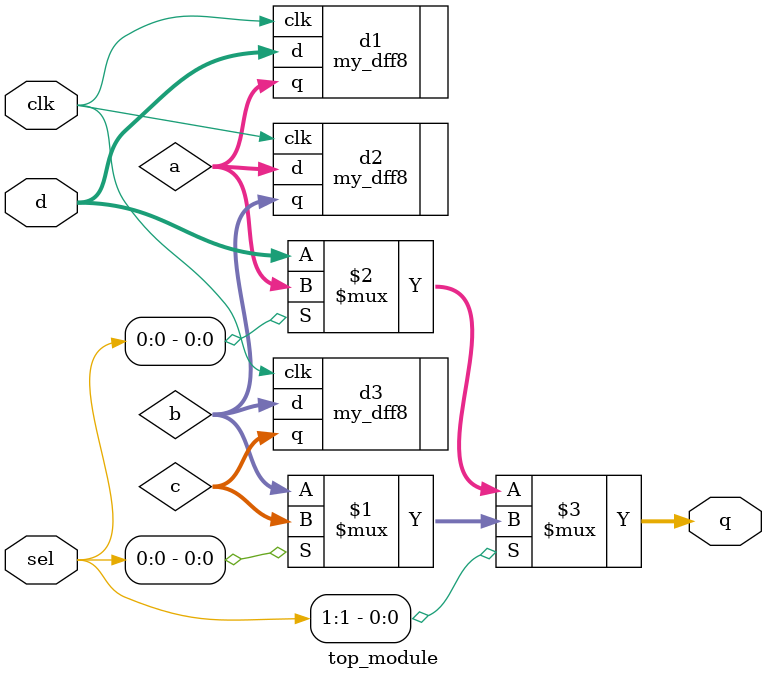
<source format=v>
module top_module ( 
    input clk, 
    input [7:0] d, 
    input [1:0] sel, 
    output [7:0] q 
);
    reg [7:0] a, b, c;
    my_dff8 d1(.clk(clk),.d(d),.q(a));
    my_dff8 d2(.clk(clk),.d(a),.q(b));
    my_dff8 d3(.clk(clk),.d(b),.q(c));
    
    //4to1 mux
    assign q=(sel[1] ? (sel[0] ? c:b) : (sel[0] ? a:d));
     
	// This is one way to make a 4-to-1 multiplexer
	//always @(*)		// Combinational always block
		//case(sel)
			//2'h0: q = d;
			//2'h1: q = o1;
			//2'h2: q = o2;
			//2'h3: q = o3;
		//endcase	
endmodule
</source>
